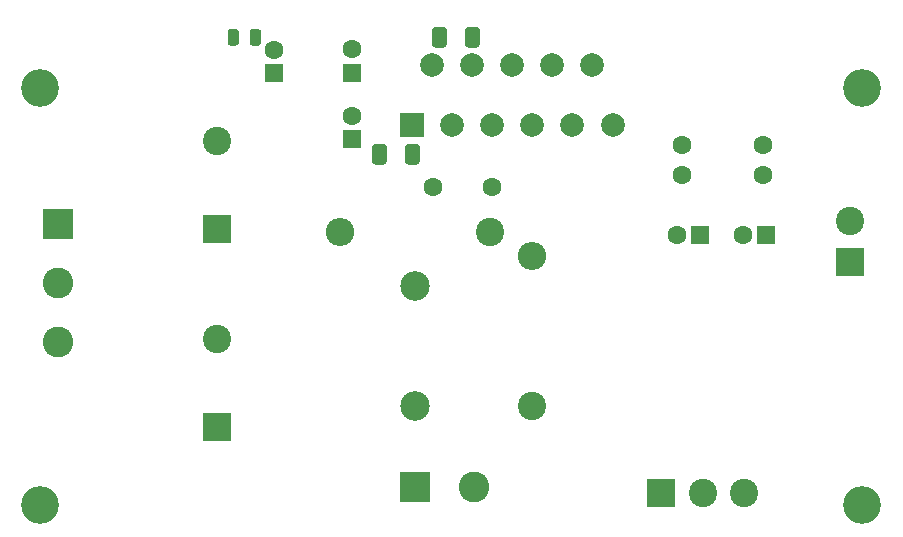
<source format=gbr>
G04 #@! TF.GenerationSoftware,KiCad,Pcbnew,5.1.9*
G04 #@! TF.CreationDate,2021-04-19T03:57:35-04:00*
G04 #@! TF.ProjectId,lm3886_amp_balanced_input,6c6d3338-3836-45f6-916d-705f62616c61,rev?*
G04 #@! TF.SameCoordinates,Original*
G04 #@! TF.FileFunction,Soldermask,Bot*
G04 #@! TF.FilePolarity,Negative*
%FSLAX46Y46*%
G04 Gerber Fmt 4.6, Leading zero omitted, Abs format (unit mm)*
G04 Created by KiCad (PCBNEW 5.1.9) date 2021-04-19 03:57:35*
%MOMM*%
%LPD*%
G01*
G04 APERTURE LIST*
%ADD10C,2.500000*%
%ADD11C,3.200000*%
%ADD12C,2.400000*%
%ADD13R,2.400000X2.400000*%
%ADD14C,2.600000*%
%ADD15R,2.600000X2.600000*%
%ADD16O,2.400000X2.400000*%
%ADD17C,1.600000*%
%ADD18R,2.000000X2.000000*%
%ADD19C,2.000000*%
%ADD20R,1.600000X1.600000*%
G04 APERTURE END LIST*
D10*
X139954000Y-93726000D03*
X139954000Y-83566000D03*
G36*
G01*
X125926000Y-62940250D02*
X125926000Y-62027750D01*
G75*
G02*
X126169750Y-61784000I243750J0D01*
G01*
X126657250Y-61784000D01*
G75*
G02*
X126901000Y-62027750I0J-243750D01*
G01*
X126901000Y-62940250D01*
G75*
G02*
X126657250Y-63184000I-243750J0D01*
G01*
X126169750Y-63184000D01*
G75*
G02*
X125926000Y-62940250I0J243750D01*
G01*
G37*
G36*
G01*
X124051000Y-62940250D02*
X124051000Y-62027750D01*
G75*
G02*
X124294750Y-61784000I243750J0D01*
G01*
X124782250Y-61784000D01*
G75*
G02*
X125026000Y-62027750I0J-243750D01*
G01*
X125026000Y-62940250D01*
G75*
G02*
X124782250Y-63184000I-243750J0D01*
G01*
X124294750Y-63184000D01*
G75*
G02*
X124051000Y-62940250I0J243750D01*
G01*
G37*
G36*
G01*
X144158000Y-63109000D02*
X144158000Y-61859000D01*
G75*
G02*
X144408000Y-61609000I250000J0D01*
G01*
X145158000Y-61609000D01*
G75*
G02*
X145408000Y-61859000I0J-250000D01*
G01*
X145408000Y-63109000D01*
G75*
G02*
X145158000Y-63359000I-250000J0D01*
G01*
X144408000Y-63359000D01*
G75*
G02*
X144158000Y-63109000I0J250000D01*
G01*
G37*
G36*
G01*
X141358000Y-63109000D02*
X141358000Y-61859000D01*
G75*
G02*
X141608000Y-61609000I250000J0D01*
G01*
X142358000Y-61609000D01*
G75*
G02*
X142608000Y-61859000I0J-250000D01*
G01*
X142608000Y-63109000D01*
G75*
G02*
X142358000Y-63359000I-250000J0D01*
G01*
X141608000Y-63359000D01*
G75*
G02*
X141358000Y-63109000I0J250000D01*
G01*
G37*
G36*
G01*
X137528000Y-71765000D02*
X137528000Y-73015000D01*
G75*
G02*
X137278000Y-73265000I-250000J0D01*
G01*
X136528000Y-73265000D01*
G75*
G02*
X136278000Y-73015000I0J250000D01*
G01*
X136278000Y-71765000D01*
G75*
G02*
X136528000Y-71515000I250000J0D01*
G01*
X137278000Y-71515000D01*
G75*
G02*
X137528000Y-71765000I0J-250000D01*
G01*
G37*
G36*
G01*
X140328000Y-71765000D02*
X140328000Y-73015000D01*
G75*
G02*
X140078000Y-73265000I-250000J0D01*
G01*
X139328000Y-73265000D01*
G75*
G02*
X139078000Y-73015000I0J250000D01*
G01*
X139078000Y-71765000D01*
G75*
G02*
X139328000Y-71515000I250000J0D01*
G01*
X140078000Y-71515000D01*
G75*
G02*
X140328000Y-71765000I0J-250000D01*
G01*
G37*
D11*
X108204000Y-66802000D03*
X108204000Y-102108000D03*
X177800000Y-102108000D03*
X177800000Y-66802000D03*
D12*
X176784000Y-78034000D03*
D13*
X176784000Y-81534000D03*
D14*
X109728000Y-88312000D03*
X109728000Y-83312000D03*
D15*
X109728000Y-78312000D03*
D14*
X144954000Y-100584000D03*
D15*
X139954000Y-100584000D03*
D12*
X167782000Y-101092000D03*
X164282000Y-101092000D03*
D13*
X160782000Y-101092000D03*
D16*
X133604000Y-78994000D03*
D12*
X146304000Y-78994000D03*
X149860000Y-93726000D03*
D16*
X149860000Y-81026000D03*
D17*
X162560000Y-74128000D03*
X162560000Y-71628000D03*
X169418000Y-74128000D03*
X169418000Y-71628000D03*
D18*
X139648000Y-69882000D03*
D19*
X141348000Y-64802000D03*
X143048000Y-69882000D03*
X144748000Y-64802000D03*
X146448000Y-69882000D03*
X148148000Y-64802000D03*
X149848000Y-69882000D03*
X151548000Y-64802000D03*
X153248000Y-69882000D03*
X154948000Y-64802000D03*
X156648000Y-69882000D03*
D20*
X128016000Y-65532000D03*
D17*
X128016000Y-63532000D03*
D20*
X164084000Y-79248000D03*
D17*
X162084000Y-79248000D03*
D20*
X169672000Y-79248000D03*
D17*
X167672000Y-79248000D03*
X134620000Y-63500000D03*
D20*
X134620000Y-65500000D03*
D17*
X134620000Y-69120000D03*
D20*
X134620000Y-71120000D03*
D12*
X123190000Y-71240000D03*
D13*
X123190000Y-78740000D03*
D12*
X123190000Y-88004000D03*
D13*
X123190000Y-95504000D03*
D17*
X146478000Y-75184000D03*
X141478000Y-75184000D03*
M02*

</source>
